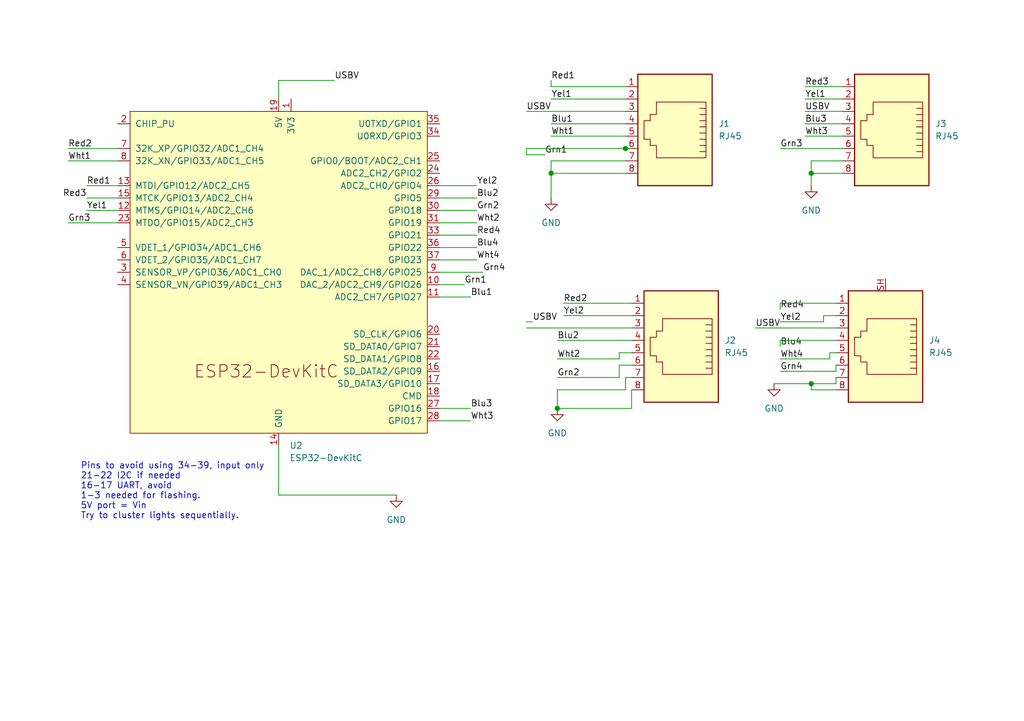
<source format=kicad_sch>
(kicad_sch (version 20230121) (generator eeschema)
  (paper "A5")
  (title_block (title "Interactive Element Receiver Board") (date "2024-03-27") (rev "2") (comment 2 "Older Devkits with 32 pins exist, These are incompatible") (comment 3 "Board used is the ESP-32-WROOM-D or E. (38 Pins)"))
  (lib_symbols
    (symbol "Connector:8P8C_Shielded" (pin_names (offset 1.016))
      (property "Reference" "J" (at -5.08 13.97 0))
      (property "Value" "8P8C_Shielded" (at 2.54 13.97 0))
      (symbol "8P8C_Shielded_0_1"
        (polyline (pts (xy -5.08 4.445) (xy -6.35 4.445)))
        (polyline (pts (xy -5.08 5.715) (xy -6.35 5.715)))
        (polyline (pts (xy -6.35 -3.175) (xy -5.08 -3.175) (xy -5.08 -3.175)))
        (polyline (pts (xy -6.35 -1.905) (xy -5.08 -1.905) (xy -5.08 -1.905)))
        (polyline (pts (xy -6.35 -0.635) (xy -5.08 -0.635) (xy -5.08 -0.635)))
        (polyline (pts (xy -6.35 0.635) (xy -5.08 0.635) (xy -5.08 0.635)))
        (polyline (pts (xy -6.35 1.905) (xy -5.08 1.905) (xy -5.08 1.905)))
        (polyline (pts (xy -5.08 3.175) (xy -6.35 3.175) (xy -6.35 3.175)))
        (polyline (pts (xy -6.35 -4.445) (xy -6.35 6.985) (xy 3.81 6.985) (xy 3.81 4.445) (xy 5.08 4.445) (xy 5.08 3.175) (xy 6.35 3.175) (xy 6.35 -0.635) (xy 5.08 -0.635) (xy 5.08 -1.905) (xy 3.81 -1.905) (xy 3.81 -4.445) (xy -6.35 -4.445) (xy -6.35 -4.445)))
        (rectangle (start 7.62 12.7) (end -7.62 -10.16) (stroke (width 0.254)) (fill (type background)))
      )
      (symbol "8P8C_Shielded_1_1"
        (pin passive line (at 10.16 -7.62 180) (length 2.54) (name "~") (number "1"))
        (pin passive line (at 10.16 -5.08 180) (length 2.54) (name "~") (number "2"))
        (pin passive line (at 10.16 -2.54 180) (length 2.54) (name "~") (number "3"))
        (pin passive line (at 10.16 0 180) (length 2.54) (name "~") (number "4"))
        (pin passive line (at 10.16 2.54 180) (length 2.54) (name "~") (number "5"))
        (pin passive line (at 10.16 5.08 180) (length 2.54) (name "~") (number "6"))
        (pin passive line (at 10.16 7.62 180) (length 2.54) (name "~") (number "7"))
        (pin passive line (at 10.16 10.16 180) (length 2.54) (name "~") (number "8"))
        (pin passive line (at 0 -12.7 90) (length 2.54) (name "~") (number "SH"))
      )
    )
    (symbol "Connector:RJ45" (pin_names (offset 1.016))
      (property "Reference" "J" (at -5.08 13.97 0))
      (property "Value" "RJ45" (at 2.54 13.97 0))
      (symbol "RJ45_0_1"
        (polyline (pts (xy -5.08 4.445) (xy -6.35 4.445)))
        (polyline (pts (xy -5.08 5.715) (xy -6.35 5.715)))
        (polyline (pts (xy -6.35 -3.175) (xy -5.08 -3.175) (xy -5.08 -3.175)))
        (polyline (pts (xy -6.35 -1.905) (xy -5.08 -1.905) (xy -5.08 -1.905)))
        (polyline (pts (xy -6.35 -0.635) (xy -5.08 -0.635) (xy -5.08 -0.635)))
        (polyline (pts (xy -6.35 0.635) (xy -5.08 0.635) (xy -5.08 0.635)))
        (polyline (pts (xy -6.35 1.905) (xy -5.08 1.905) (xy -5.08 1.905)))
        (polyline (pts (xy -5.08 3.175) (xy -6.35 3.175) (xy -6.35 3.175)))
        (polyline (pts (xy -6.35 -4.445) (xy -6.35 6.985) (xy 3.81 6.985) (xy 3.81 4.445) (xy 5.08 4.445) (xy 5.08 3.175) (xy 6.35 3.175) (xy 6.35 -0.635) (xy 5.08 -0.635) (xy 5.08 -1.905) (xy 3.81 -1.905) (xy 3.81 -4.445) (xy -6.35 -4.445) (xy -6.35 -4.445)))
        (rectangle (start 7.62 12.7) (end -7.62 -10.16) (stroke (width 0.254)) (fill (type background)))
      )
      (symbol "RJ45_1_1"
        (pin passive line (at 10.16 -7.62 180) (length 2.54) (name "~") (number "1"))
        (pin passive line (at 10.16 -5.08 180) (length 2.54) (name "~") (number "2"))
        (pin passive line (at 10.16 -2.54 180) (length 2.54) (name "~") (number "3"))
        (pin passive line (at 10.16 0 180) (length 2.54) (name "~") (number "4"))
        (pin passive line (at 10.16 2.54 180) (length 2.54) (name "~") (number "5"))
        (pin passive line (at 10.16 5.08 180) (length 2.54) (name "~") (number "6"))
        (pin passive line (at 10.16 7.62 180) (length 2.54) (name "~") (number "7"))
        (pin passive line (at 10.16 10.16 180) (length 2.54) (name "~") (number "8"))
      )
    )
    (symbol "PCM_Espressif:ESP32-DevKitC" (pin_names (offset 1.016))
      (property "Reference" "U" (at -30.48 38.1 0))
      (property "Value" "ESP32-DevKitC" (at -30.48 35.56 0))
      (symbol "ESP32-DevKitC_0_0"
        (text "ESP32-DevKitC" (at -2.54 -20.32 0) (effects (font (size 2.54 2.54))))
        (pin power_in line (at 0 -35.56 90) (length 2.54) (name "GND") (number "14"))
        (pin power_in line (at 0 35.56 270) (length 2.54) (name "5V") (number "19"))
      )
      (symbol "ESP32-DevKitC_0_1"
        (rectangle (start -30.48 33.02) (end 30.48 -33.02) (fill (type background)))
      )
      (symbol "ESP32-DevKitC_1_1"
        (pin power_in line (at 2.54 35.56 270) (length 2.54) (name "3V3") (number "1"))
        (pin bidirectional line (at 33.02 -2.54 180) (length 2.54) (name "DAC_2/ADC2_CH9/GPIO26") (number "10"))
        (pin bidirectional line (at 33.02 -5.08 180) (length 2.54) (name "ADC2_CH7/GPIO27") (number "11"))
        (pin bidirectional line (at -33.02 12.7 0) (length 2.54) (name "MTMS/GPIO14/ADC2_CH6") (number "12"))
        (pin bidirectional line (at -33.02 17.78 0) (length 2.54) (name "MTDI/GPIO12/ADC2_CH5") (number "13"))
        (pin bidirectional line (at -33.02 15.24 0) (length 2.54) (name "MTCK/GPIO13/ADC2_CH4") (number "15"))
        (pin bidirectional line (at 33.02 -20.32 180) (length 2.54) (name "SD_DATA2/GPIO9") (number "16"))
        (pin bidirectional line (at 33.02 -22.86 180) (length 2.54) (name "SD_DATA3/GPIO10") (number "17"))
        (pin bidirectional line (at 33.02 -25.4 180) (length 2.54) (name "CMD") (number "18"))
        (pin input line (at -33.02 30.48 0) (length 2.54) (name "CHIP_PU") (number "2"))
        (pin bidirectional line (at 33.02 -12.7 180) (length 2.54) (name "SD_CLK/GPIO6") (number "20"))
        (pin bidirectional line (at 33.02 -15.24 180) (length 2.54) (name "SD_DATA0/GPIO7") (number "21"))
        (pin bidirectional line (at 33.02 -17.78 180) (length 2.54) (name "SD_DATA1/GPIO8") (number "22"))
        (pin bidirectional line (at -33.02 10.16 0) (length 2.54) (name "MTDO/GPIO15/ADC2_CH3") (number "23"))
        (pin bidirectional line (at 33.02 20.32 180) (length 2.54) (name "ADC2_CH2/GPIO2") (number "24"))
        (pin bidirectional line (at 33.02 22.86 180) (length 2.54) (name "GPIO0/BOOT/ADC2_CH1") (number "25"))
        (pin bidirectional line (at 33.02 17.78 180) (length 2.54) (name "ADC2_CH0/GPIO4") (number "26"))
        (pin bidirectional line (at 33.02 -27.94 180) (length 2.54) (name "GPIO16") (number "27"))
        (pin bidirectional line (at 33.02 -30.48 180) (length 2.54) (name "GPIO17") (number "28"))
        (pin bidirectional line (at 33.02 15.24 180) (length 2.54) (name "GPIO5") (number "29"))
        (pin input line (at -33.02 0 0) (length 2.54) (name "SENSOR_VP/GPIO36/ADC1_CH0") (number "3"))
        (pin bidirectional line (at 33.02 12.7 180) (length 2.54) (name "GPIO18") (number "30"))
        (pin bidirectional line (at 33.02 10.16 180) (length 2.54) (name "GPIO19") (number "31"))
        (pin passive line (at 0 -35.56 90) (length 2.54) hide (name "GND") (number "32"))
        (pin bidirectional line (at 33.02 7.62 180) (length 2.54) (name "GPIO21") (number "33"))
        (pin bidirectional line (at 33.02 27.94 180) (length 2.54) (name "U0RXD/GPIO3") (number "34"))
        (pin bidirectional line (at 33.02 30.48 180) (length 2.54) (name "U0TXD/GPIO1") (number "35"))
        (pin bidirectional line (at 33.02 5.08 180) (length 2.54) (name "GPIO22") (number "36"))
        (pin bidirectional line (at 33.02 2.54 180) (length 2.54) (name "GPIO23") (number "37"))
        (pin passive line (at 0 -35.56 90) (length 2.54) hide (name "GND") (number "38"))
        (pin input line (at -33.02 -2.54 0) (length 2.54) (name "SENSOR_VN/GPIO39/ADC1_CH3") (number "4"))
        (pin input line (at -33.02 5.08 0) (length 2.54) (name "VDET_1/GPIO34/ADC1_CH6") (number "5"))
        (pin input line (at -33.02 2.54 0) (length 2.54) (name "VDET_2/GPIO35/ADC1_CH7") (number "6"))
        (pin bidirectional line (at -33.02 25.4 0) (length 2.54) (name "32K_XP/GPIO32/ADC1_CH4") (number "7"))
        (pin bidirectional line (at -33.02 22.86 0) (length 2.54) (name "32K_XN/GPIO33/ADC1_CH5") (number "8"))
        (pin bidirectional line (at 33.02 0 180) (length 2.54) (name "DAC_1/ADC2_CH8/GPIO25") (number "9"))
      )
    )
    (symbol "power:GND" (power) (pin_names (offset 0))
      (property "Value" "GND" (at 0 -3.81 0))
      (symbol "GND_0_1"
        (polyline (pts (xy 0 0) (xy 0 -1.27) (xy 1.27 -1.27) (xy 0 -2.54) (xy -1.27 -1.27) (xy 0 -1.27)))
      )
      (symbol "GND_1_1"
        (pin power_in line (at 0 0 270) (length 0) hide (name "GND") (number "1"))
      )
    )
  )
  (junction (at 166.37 78.74))
  (junction (at 113.03 35.56))
  (junction (at 114.3 83.82))
  (junction (at 128.27 30.48))
  (junction (at 166.37 35.56))
  (wire (pts (xy 107.95 67.31) (xy 129.54 67.31)))
  (wire (pts (xy 172.72 35.56) (xy 166.37 35.56)))
  (wire (pts (xy 166.37 78.74) (xy 171.45 78.74)))
  (wire (pts (xy 17.78 38.1) (xy 24.13 38.1)))
  (wire (pts (xy 160.02 30.48) (xy 172.72 30.48)))
  (wire (pts (xy 90.17 38.1) (xy 97.79 38.1)))
  (wire (pts (xy 90.17 45.72) (xy 97.79 45.72)))
  (wire (pts (xy 160.02 66.04) (xy 168.91 66.04)))
  (wire (pts (xy 165.1 27.94) (xy 172.72 27.94)))
  (wire (pts (xy 127 73.66) (xy 127 72.39)))
  (wire (pts (xy 17.78 40.64) (xy 24.13 40.64)))
  (wire (pts (xy 170.18 73.66) (xy 170.18 72.39)))
  (wire (pts (xy 13.97 45.72) (xy 24.13 45.72)))
  (wire (pts (xy 114.3 77.47) (xy 127 77.47)))
  (wire (pts (xy 17.78 43.18) (xy 24.13 43.18)))
  (wire (pts (xy 13.97 30.48) (xy 24.13 30.48)))
  (wire (pts (xy 114.3 83.82) (xy 114.3 80.01)))
  (wire (pts (xy 128.27 33.02) (xy 113.03 33.02)))
  (wire (pts (xy 168.91 66.04) (xy 168.91 64.77)))
  (wire (pts (xy 107.95 30.48) (xy 128.27 30.48)))
  (wire (pts (xy 113.03 17.78) (xy 113.03 16.51)))
  (wire (pts (xy 127 74.93) (xy 129.54 74.93)))
  (wire (pts (xy 107.95 22.86) (xy 128.27 22.86)))
  (wire (pts (xy 129.54 30.48) (xy 128.27 30.48)))
  (wire (pts (xy 129.54 80.01) (xy 129.54 83.82)))
  (wire (pts (xy 113.03 20.32) (xy 128.27 20.32)))
  (wire (pts (xy 166.37 80.01) (xy 166.37 78.74)))
  (wire (pts (xy 171.45 62.23) (xy 160.02 62.23)))
  (wire (pts (xy 113.03 27.94) (xy 128.27 27.94)))
  (wire (pts (xy 170.18 72.39) (xy 171.45 72.39)))
  (wire (pts (xy 128.27 80.01) (xy 128.27 77.47)))
  (wire (pts (xy 160.02 76.2) (xy 171.45 76.2)))
  (wire (pts (xy 128.27 77.47) (xy 129.54 77.47)))
  (wire (pts (xy 171.45 69.85) (xy 160.02 69.85)))
  (wire (pts (xy 57.15 20.32) (xy 57.15 16.51)))
  (wire (pts (xy 160.02 69.85) (xy 160.02 71.12)))
  (wire (pts (xy 107.95 30.48) (xy 107.95 31.75)))
  (wire (pts (xy 90.17 53.34) (xy 97.79 53.34)))
  (wire (pts (xy 107.95 66.04) (xy 109.22 66.04)))
  (wire (pts (xy 57.15 101.6) (xy 81.28 101.6)))
  (wire (pts (xy 160.02 62.23) (xy 160.02 63.5)))
  (wire (pts (xy 166.37 35.56) (xy 166.37 38.1)))
  (wire (pts (xy 127 72.39) (xy 129.54 72.39)))
  (wire (pts (xy 114.3 80.01) (xy 128.27 80.01)))
  (wire (pts (xy 114.3 73.66) (xy 127 73.66)))
  (wire (pts (xy 172.72 33.02) (xy 166.37 33.02)))
  (wire (pts (xy 90.17 86.36) (xy 96.52 86.36)))
  (wire (pts (xy 128.27 17.78) (xy 113.03 17.78)))
  (wire (pts (xy 114.3 69.85) (xy 129.54 69.85)))
  (wire (pts (xy 90.17 60.96) (xy 96.52 60.96)))
  (wire (pts (xy 90.17 83.82) (xy 96.52 83.82)))
  (wire (pts (xy 171.45 78.74) (xy 171.45 77.47)))
  (wire (pts (xy 114.3 83.82) (xy 129.54 83.82)))
  (wire (pts (xy 168.91 64.77) (xy 171.45 64.77)))
  (wire (pts (xy 57.15 91.44) (xy 57.15 101.6)))
  (wire (pts (xy 90.17 43.18) (xy 97.79 43.18)))
  (wire (pts (xy 172.72 22.86) (xy 165.1 22.86)))
  (wire (pts (xy 166.37 33.02) (xy 166.37 35.56)))
  (wire (pts (xy 90.17 55.88) (xy 99.06 55.88)))
  (wire (pts (xy 171.45 76.2) (xy 171.45 74.93)))
  (wire (pts (xy 171.45 67.31) (xy 154.94 67.31)))
  (wire (pts (xy 127 77.47) (xy 127 74.93)))
  (wire (pts (xy 90.17 40.64) (xy 97.79 40.64)))
  (wire (pts (xy 90.17 48.26) (xy 97.79 48.26)))
  (wire (pts (xy 90.17 50.8) (xy 97.79 50.8)))
  (wire (pts (xy 128.27 35.56) (xy 113.03 35.56)))
  (wire (pts (xy 107.95 31.75) (xy 111.76 31.75)))
  (wire (pts (xy 165.1 25.4) (xy 172.72 25.4)))
  (wire (pts (xy 165.1 17.78) (xy 172.72 17.78)))
  (wire (pts (xy 160.02 73.66) (xy 170.18 73.66)))
  (wire (pts (xy 115.57 62.23) (xy 129.54 62.23)))
  (wire (pts (xy 165.1 20.32) (xy 172.72 20.32)))
  (wire (pts (xy 171.45 80.01) (xy 166.37 80.01)))
  (wire (pts (xy 115.57 64.77) (xy 129.54 64.77)))
  (wire (pts (xy 90.17 58.42) (xy 95.25 58.42)))
  (wire (pts (xy 113.03 33.02) (xy 113.03 35.56)))
  (wire (pts (xy 128.27 25.4) (xy 113.03 25.4)))
  (wire (pts (xy 13.97 33.02) (xy 24.13 33.02)))
  (wire (pts (xy 158.75 78.74) (xy 166.37 78.74)))
  (wire (pts (xy 57.15 16.51) (xy 68.58 16.51)))
  (wire (pts (xy 113.03 35.56) (xy 113.03 40.64)))
  (text "Pins to avoid using 34-39, input only\n21-22 I2C if needed\n16-17 UART, avoid\n1-3 needed for flashing.\n5V port = Vin\nTry to cluster lights sequentially." (at 16.51 106.68 0) (effects (font (size 1.27 1.27)) (justify left bottom)))
  (label "Blu4" (at 97.79 50.8 0))
  (label "Yel1" (at 113.03 20.32 0))
  (label "Grn3" (at 13.97 45.72 0))
  (label "Red4" (at 160.02 63.5 0))
  (label "Grn3" (at 160.02 30.48 0))
  (label "Wht4" (at 160.02 73.66 0))
  (label "Wht3" (at 96.52 86.36 0))
  (label "Yel2" (at 160.02 66.04 0))
  (label "Yel1" (at 17.78 43.18 0))
  (label "USBV" (at 68.58 16.51 0))
  (label "Blu1" (at 113.03 25.4 0))
  (label "Red1" (at 17.78 38.1 0))
  (label "Grn2" (at 97.79 43.18 0))
  (label "USBV" (at 109.22 66.04 0))
  (label "Blu3" (at 165.1 25.4 0))
  (label "Red2" (at 115.57 62.23 0))
  (label "Blu1" (at 96.52 60.96 0))
  (label "Wht1" (at 113.03 27.94 0))
  (label "Blu2" (at 114.3 69.85 0))
  (label "Grn1" (at 95.25 58.42 0))
  (label "Red1" (at 113.03 16.51 0))
  (label "Grn2" (at 114.3 77.47 0))
  (label "Blu4" (at 160.02 71.12 0))
  (label "Grn4" (at 99.06 55.88 0))
  (label "Wht2" (at 114.3 73.66 0))
  (label "Yel2" (at 115.57 64.77 0))
  (label "Wht4" (at 97.79 53.34 0))
  (label "Wht1" (at 13.97 33.02 0))
  (label "Red4" (at 97.79 48.26 0))
  (label "Red3" (at 17.78 40.64 180))
  (label "Red3" (at 165.1 17.78 0))
  (label "Yel1" (at 165.1 20.32 0))
  (label "USBV" (at 154.94 67.31 0))
  (label "Blu2" (at 97.79 40.64 0))
  (label "Grn1" (at 111.76 31.75 0))
  (label "USBV" (at 107.95 22.86 0))
  (label "Wht2" (at 97.79 45.72 0))
  (label "Red2" (at 13.97 30.48 0))
  (label "Wht3" (at 165.1 27.94 0))
  (label "USBV" (at 165.1 22.86 0))
  (label "Yel2" (at 97.79 38.1 0))
  (label "Grn4" (at 160.02 76.2 0))
  (label "Blu3" (at 96.52 83.82 0))
  (symbol (lib_id "power:GND") (at 158.75 78.74 0) (unit 1)
    (property "Reference" "#PWR04" (effects hide))
    (property "Value" "GND" (at 158.75 83.82 0))
  )
  (symbol (lib_id "power:GND") (at 113.03 40.64 0) (unit 1)
    (property "Reference" "#PWR01" (effects hide))
    (property "Value" "GND" (at 113.03 45.72 0))
  )
  (symbol (lib_id "Connector:RJ45") (at 182.88 25.4 180) (unit 1)
    (property "Reference" "J3" (at 191.77 25.4 0) (effects (justify right)))
    (property "Value" "RJ45" (at 191.77 27.94 0) (effects (justify right)))
    (property "Footprint" "Connector_RJ:RJ45_Amphenol_54602-x08_Horizontal" (effects hide))
  )
  (symbol (lib_id "Connector:8P8C_Shielded") (at 181.61 69.85 180) (unit 1)
    (property "Reference" "J4" (at 190.5 69.85 0) (effects (justify right)))
    (property "Value" "RJ45" (at 190.5 72.39 0) (effects (justify right)))
    (property "Footprint" "Connector_RJ:RJ45_Amphenol_54602-x08_Horizontal" (effects hide))
  )
  (symbol (lib_id "PCM_Espressif:ESP32-DevKitC") (at 57.15 55.88 0) (unit 1)
    (property "Reference" "U2" (at 59.3441 91.44 0) (effects (justify left)))
    (property "Value" "ESP32-DevKitC" (at 59.3441 93.98 0) (effects (justify left)))
    (property "Footprint" "PCM_Espressif:ESP32-DevKitC" (effects hide))
    (property "Datasheet" "https://docs.espressif.com/projects/esp-idf/zh_CN/latest/esp32/hw-reference/esp32/get-started-devkitc.html" (effects hide))
  )
  (symbol (lib_id "Connector:RJ45") (at 138.43 25.4 180) (unit 1)
    (property "Reference" "J1" (at 147.32 25.4 0) (effects (justify right)))
    (property "Value" "RJ45" (at 147.32 27.94 0) (effects (justify right)))
    (property "Footprint" "Connector_RJ:RJ45_Amphenol_54602-x08_Horizontal" (effects hide))
  )
  (symbol (lib_id "power:GND") (at 114.3 83.82 0) (unit 1)
    (property "Reference" "#PWR02" (effects hide))
    (property "Value" "GND" (at 114.3 88.9 0))
  )
  (symbol (lib_id "Connector:RJ45") (at 139.7 69.85 180) (unit 1)
    (property "Reference" "J2" (at 148.59 69.85 0) (effects (justify right)))
    (property "Value" "RJ45" (at 148.59 72.39 0) (effects (justify right)))
    (property "Footprint" "Connector_RJ:RJ45_Amphenol_54602-x08_Horizontal" (effects hide))
  )
  (symbol (lib_id "power:GND") (at 81.28 101.6 0) (unit 1)
    (property "Reference" "#PWR05" (effects hide))
    (property "Value" "GND" (at 81.28 106.68 0))
  )
  (symbol (lib_id "power:GND") (at 166.37 38.1 0) (unit 1)
    (property "Reference" "#PWR03" (effects hide))
    (property "Value" "GND" (at 166.37 43.18 0))
  )
)
</source>
